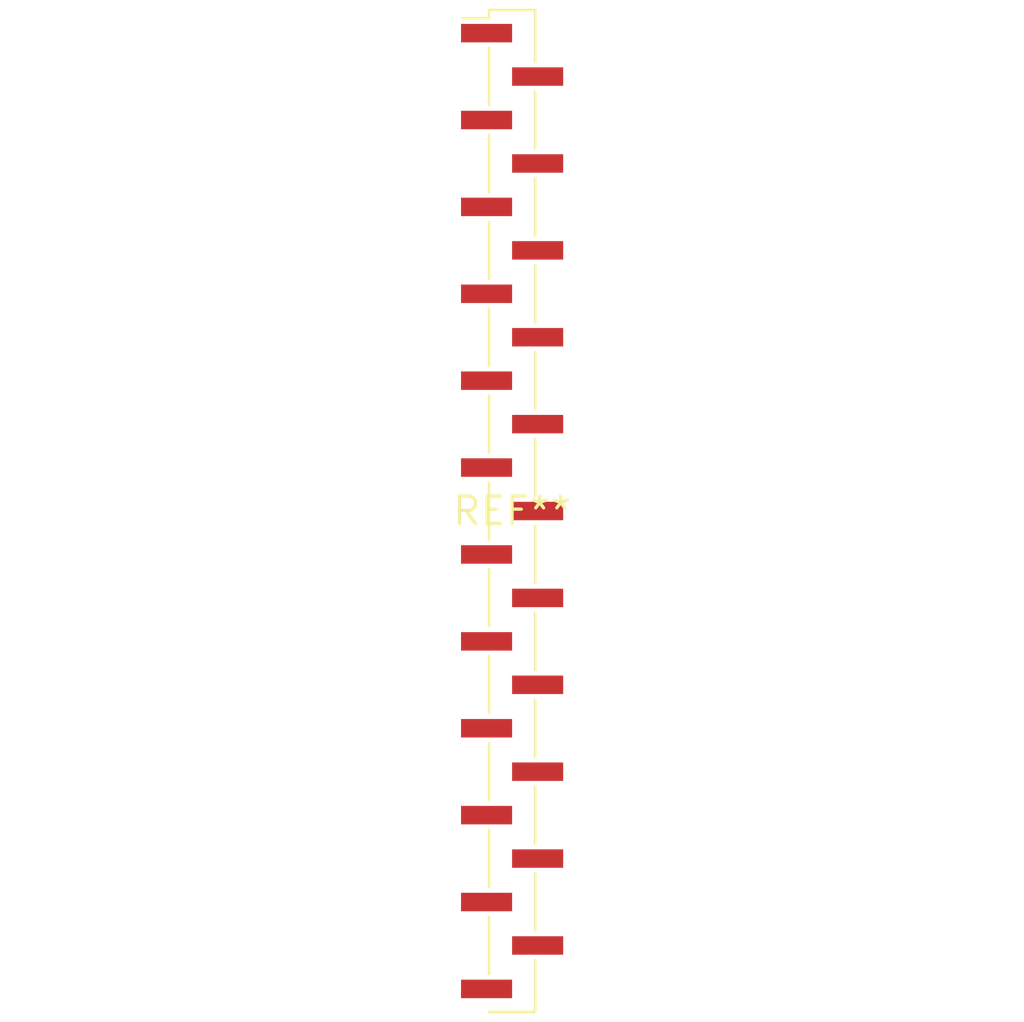
<source format=kicad_pcb>
(kicad_pcb (version 20240108) (generator pcbnew)
  (layers (0 "F.Cu" signal) (31 "B.Cu" signal) (34 "B.Paste" user) (35 "F.Paste" user) (36 "B.SilkS" user "B.Silkscreen") (37 "F.SilkS" user "F.Silkscreen") (38 "B.Mask" user) (39 "F.Mask" user) (44 "Edge.Cuts" user))
  (net 0 "")
  (footprint "PinHeader_1x23_P2.00mm_Vertical_SMD_Pin1Left" (layer "F.Cu") (at 0 0)
    (property "Reference" "REF**")
    (property "Value" "PinHeader_1x23_P2.00mm_Vertical_SMD_Pin1Left")
    (fp_line (start -1.06 -23.06) (end -1.06 -22.685) (layer "F.SilkS") (stroke (width 0.12)))
    (fp_line (start -1.06 -23.06) (end 1.06 -23.06) (layer "F.SilkS") (stroke (width 0.12)))
    (fp_line (start -1.06 -22.685) (end -2.29 -22.685) (layer "F.SilkS") (stroke (width 0.12)))
    (fp_line (start -1.06 -21.315) (end -1.06 -18.685) (layer "F.SilkS") (stroke (width 0.12)))
    (fp_line (start -1.06 -17.315) (end -1.06 -14.685) (layer "F.SilkS") (stroke (width 0.12)))
    (fp_line (start -1.06 -13.315) (end -1.06 -10.685) (layer "F.SilkS") (stroke (width 0.12)))
    (fp_line (start -1.06 -9.315) (end -1.06 -6.685) (layer "F.SilkS") (stroke (width 0.12)))
    (fp_line (start -1.06 -5.315) (end -1.06 -2.685) (layer "F.SilkS") (stroke (width 0.12)))
    (fp_line (start -1.06 -1.315) (end -1.06 1.315) (layer "F.SilkS") (stroke (width 0.12)))
    (fp_line (start -1.06 2.685) (end -1.06 5.315) (layer "F.SilkS") (stroke (width 0.12)))
    (fp_line (start -1.06 6.685) (end -1.06 9.315) (layer "F.SilkS") (stroke (width 0.12)))
    (fp_line (start -1.06 10.685) (end -1.06 13.315) (layer "F.SilkS") (stroke (width 0.12)))
    (fp_line (start -1.06 14.685) (end -1.06 17.315) (layer "F.SilkS") (stroke (width 0.12)))
    (fp_line (start -1.06 18.685) (end -1.06 21.315) (layer "F.SilkS") (stroke (width 0.12)))
    (fp_line (start -1.06 23.06) (end 1.06 23.06) (layer "F.SilkS") (stroke (width 0.12)))
    (fp_line (start 1.06 -23.06) (end 1.06 -20.685) (layer "F.SilkS") (stroke (width 0.12)))
    (fp_line (start 1.06 -19.315) (end 1.06 -16.685) (layer "F.SilkS") (stroke (width 0.12)))
    (fp_line (start 1.06 -15.315) (end 1.06 -12.685) (layer "F.SilkS") (stroke (width 0.12)))
    (fp_line (start 1.06 -11.315) (end 1.06 -8.685) (layer "F.SilkS") (stroke (width 0.12)))
    (fp_line (start 1.06 -7.315) (end 1.06 -4.685) (layer "F.SilkS") (stroke (width 0.12)))
    (fp_line (start 1.06 -3.315) (end 1.06 -0.685) (layer "F.SilkS") (stroke (width 0.12)))
    (fp_line (start 1.06 0.685) (end 1.06 3.315) (layer "F.SilkS") (stroke (width 0.12)))
    (fp_line (start 1.06 4.685) (end 1.06 7.315) (layer "F.SilkS") (stroke (width 0.12)))
    (fp_line (start 1.06 8.685) (end 1.06 11.315) (layer "F.SilkS") (stroke (width 0.12)))
    (fp_line (start 1.06 12.685) (end 1.06 15.315) (layer "F.SilkS") (stroke (width 0.12)))
    (fp_line (start 1.06 16.685) (end 1.06 19.315) (layer "F.SilkS") (stroke (width 0.12)))
    (fp_line (start 1.06 20.685) (end 1.06 23.06) (layer "F.SilkS") (stroke (width 0.12)))
    (fp_line (start 1.06 22.685) (end 1.06 23.06) (layer "F.SilkS") (stroke (width 0.12)))
    (pad "1" smd rect (at -1.175 -22) (size 2.35 0.85) (layers "F.Cu" "F.Paste" "F.Mask"))
    (pad "2" smd rect (at 1.175 -20) (size 2.35 0.85) (layers "F.Cu" "F.Paste" "F.Mask"))
    (pad "3" smd rect (at -1.175 -18) (size 2.35 0.85) (layers "F.Cu" "F.Paste" "F.Mask"))
    (pad "4" smd rect (at 1.175 -16) (size 2.35 0.85) (layers "F.Cu" "F.Paste" "F.Mask"))
    (pad "5" smd rect (at -1.175 -14) (size 2.35 0.85) (layers "F.Cu" "F.Paste" "F.Mask"))
    (pad "6" smd rect (at 1.175 -12) (size 2.35 0.85) (layers "F.Cu" "F.Paste" "F.Mask"))
    (pad "7" smd rect (at -1.175 -10) (size 2.35 0.85) (layers "F.Cu" "F.Paste" "F.Mask"))
    (pad "8" smd rect (at 1.175 -8) (size 2.35 0.85) (layers "F.Cu" "F.Paste" "F.Mask"))
    (pad "9" smd rect (at -1.175 -6) (size 2.35 0.85) (layers "F.Cu" "F.Paste" "F.Mask"))
    (pad "10" smd rect (at 1.175 -4) (size 2.35 0.85) (layers "F.Cu" "F.Paste" "F.Mask"))
    (pad "11" smd rect (at -1.175 -2) (size 2.35 0.85) (layers "F.Cu" "F.Paste" "F.Mask"))
    (pad "12" smd rect (at 1.175 0) (size 2.35 0.85) (layers "F.Cu" "F.Paste" "F.Mask"))
    (pad "13" smd rect (at -1.175 2) (size 2.35 0.85) (layers "F.Cu" "F.Paste" "F.Mask"))
    (pad "14" smd rect (at 1.175 4) (size 2.35 0.85) (layers "F.Cu" "F.Paste" "F.Mask"))
    (pad "15" smd rect (at -1.175 6) (size 2.35 0.85) (layers "F.Cu" "F.Paste" "F.Mask"))
    (pad "16" smd rect (at 1.175 8) (size 2.35 0.85) (layers "F.Cu" "F.Paste" "F.Mask"))
    (pad "17" smd rect (at -1.175 10) (size 2.35 0.85) (layers "F.Cu" "F.Paste" "F.Mask"))
    (pad "18" smd rect (at 1.175 12) (size 2.35 0.85) (layers "F.Cu" "F.Paste" "F.Mask"))
    (pad "19" smd rect (at -1.175 14) (size 2.35 0.85) (layers "F.Cu" "F.Paste" "F.Mask"))
    (pad "20" smd rect (at 1.175 16) (size 2.35 0.85) (layers "F.Cu" "F.Paste" "F.Mask"))
    (pad "21" smd rect (at -1.175 18) (size 2.35 0.85) (layers "F.Cu" "F.Paste" "F.Mask"))
    (pad "22" smd rect (at 1.175 20) (size 2.35 0.85) (layers "F.Cu" "F.Paste" "F.Mask"))
    (pad "23" smd rect (at -1.175 22) (size 2.35 0.85) (layers "F.Cu" "F.Paste" "F.Mask"))
  )
)
</source>
